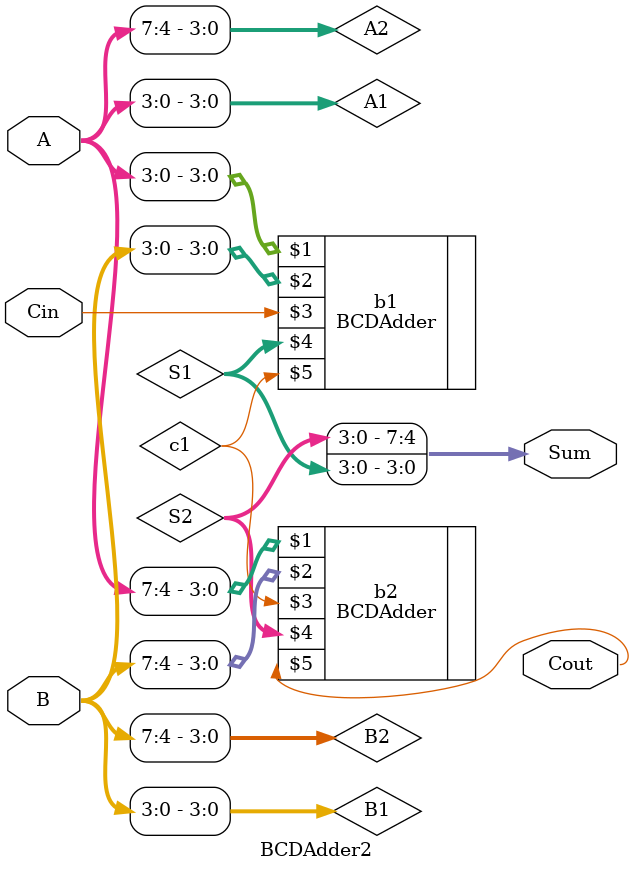
<source format=v>
`include "BCDAdder.v"

module BCDAdder2(input [7:0] A, input [7:0] B, input Cin, output [7:0] Sum, output Cout);
    wire [3:0] A1, A2, B1, B2, S1, S2;
    wire c1;
    assign A1 = A[3:0];
    assign A2 = A[7:4];
    assign B1 = B[3:0];
    assign B2 = B[7:4];
    BCDAdder b1(A1, B1, Cin, S1, c1);
    BCDAdder b2(A2, B2, c1, S2, Cout);
    assign Sum = {S2, S1};
endmodule

</source>
